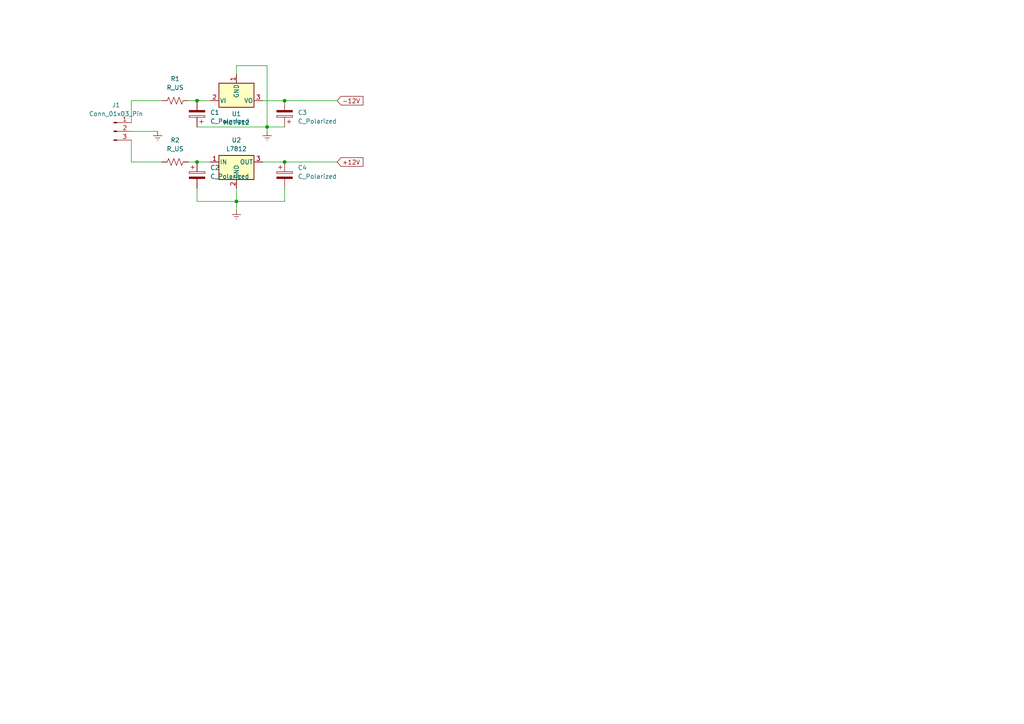
<source format=kicad_sch>
(kicad_sch (version 20230121) (generator eeschema)

  (uuid a520f27b-3eb4-44e7-9faf-250bc52b55ee)

  (paper "A4")

  (lib_symbols
    (symbol "Connector:Conn_01x03_Pin" (pin_names (offset 1.016) hide) (in_bom yes) (on_board yes)
      (property "Reference" "J" (at 0 5.08 0)
        (effects (font (size 1.27 1.27)))
      )
      (property "Value" "Conn_01x03_Pin" (at 0 -5.08 0)
        (effects (font (size 1.27 1.27)))
      )
      (property "Footprint" "" (at 0 0 0)
        (effects (font (size 1.27 1.27)) hide)
      )
      (property "Datasheet" "~" (at 0 0 0)
        (effects (font (size 1.27 1.27)) hide)
      )
      (property "ki_locked" "" (at 0 0 0)
        (effects (font (size 1.27 1.27)))
      )
      (property "ki_keywords" "connector" (at 0 0 0)
        (effects (font (size 1.27 1.27)) hide)
      )
      (property "ki_description" "Generic connector, single row, 01x03, script generated" (at 0 0 0)
        (effects (font (size 1.27 1.27)) hide)
      )
      (property "ki_fp_filters" "Connector*:*_1x??_*" (at 0 0 0)
        (effects (font (size 1.27 1.27)) hide)
      )
      (symbol "Conn_01x03_Pin_1_1"
        (polyline
          (pts
            (xy 1.27 -2.54)
            (xy 0.8636 -2.54)
          )
          (stroke (width 0.1524) (type default))
          (fill (type none))
        )
        (polyline
          (pts
            (xy 1.27 0)
            (xy 0.8636 0)
          )
          (stroke (width 0.1524) (type default))
          (fill (type none))
        )
        (polyline
          (pts
            (xy 1.27 2.54)
            (xy 0.8636 2.54)
          )
          (stroke (width 0.1524) (type default))
          (fill (type none))
        )
        (rectangle (start 0.8636 -2.413) (end 0 -2.667)
          (stroke (width 0.1524) (type default))
          (fill (type outline))
        )
        (rectangle (start 0.8636 0.127) (end 0 -0.127)
          (stroke (width 0.1524) (type default))
          (fill (type outline))
        )
        (rectangle (start 0.8636 2.667) (end 0 2.413)
          (stroke (width 0.1524) (type default))
          (fill (type outline))
        )
        (pin passive line (at 5.08 2.54 180) (length 3.81)
          (name "Pin_1" (effects (font (size 1.27 1.27))))
          (number "1" (effects (font (size 1.27 1.27))))
        )
        (pin passive line (at 5.08 0 180) (length 3.81)
          (name "Pin_2" (effects (font (size 1.27 1.27))))
          (number "2" (effects (font (size 1.27 1.27))))
        )
        (pin passive line (at 5.08 -2.54 180) (length 3.81)
          (name "Pin_3" (effects (font (size 1.27 1.27))))
          (number "3" (effects (font (size 1.27 1.27))))
        )
      )
    )
    (symbol "Device:C_Polarized" (pin_numbers hide) (pin_names (offset 0.254)) (in_bom yes) (on_board yes)
      (property "Reference" "C" (at 0.635 2.54 0)
        (effects (font (size 1.27 1.27)) (justify left))
      )
      (property "Value" "C_Polarized" (at 0.635 -2.54 0)
        (effects (font (size 1.27 1.27)) (justify left))
      )
      (property "Footprint" "" (at 0.9652 -3.81 0)
        (effects (font (size 1.27 1.27)) hide)
      )
      (property "Datasheet" "~" (at 0 0 0)
        (effects (font (size 1.27 1.27)) hide)
      )
      (property "ki_keywords" "cap capacitor" (at 0 0 0)
        (effects (font (size 1.27 1.27)) hide)
      )
      (property "ki_description" "Polarized capacitor" (at 0 0 0)
        (effects (font (size 1.27 1.27)) hide)
      )
      (property "ki_fp_filters" "CP_*" (at 0 0 0)
        (effects (font (size 1.27 1.27)) hide)
      )
      (symbol "C_Polarized_0_1"
        (rectangle (start -2.286 0.508) (end 2.286 1.016)
          (stroke (width 0) (type default))
          (fill (type none))
        )
        (polyline
          (pts
            (xy -1.778 2.286)
            (xy -0.762 2.286)
          )
          (stroke (width 0) (type default))
          (fill (type none))
        )
        (polyline
          (pts
            (xy -1.27 2.794)
            (xy -1.27 1.778)
          )
          (stroke (width 0) (type default))
          (fill (type none))
        )
        (rectangle (start 2.286 -0.508) (end -2.286 -1.016)
          (stroke (width 0) (type default))
          (fill (type outline))
        )
      )
      (symbol "C_Polarized_1_1"
        (pin passive line (at 0 3.81 270) (length 2.794)
          (name "~" (effects (font (size 1.27 1.27))))
          (number "1" (effects (font (size 1.27 1.27))))
        )
        (pin passive line (at 0 -3.81 90) (length 2.794)
          (name "~" (effects (font (size 1.27 1.27))))
          (number "2" (effects (font (size 1.27 1.27))))
        )
      )
    )
    (symbol "Device:R_US" (pin_numbers hide) (pin_names (offset 0)) (in_bom yes) (on_board yes)
      (property "Reference" "R" (at 2.54 0 90)
        (effects (font (size 1.27 1.27)))
      )
      (property "Value" "R_US" (at -2.54 0 90)
        (effects (font (size 1.27 1.27)))
      )
      (property "Footprint" "" (at 1.016 -0.254 90)
        (effects (font (size 1.27 1.27)) hide)
      )
      (property "Datasheet" "~" (at 0 0 0)
        (effects (font (size 1.27 1.27)) hide)
      )
      (property "ki_keywords" "R res resistor" (at 0 0 0)
        (effects (font (size 1.27 1.27)) hide)
      )
      (property "ki_description" "Resistor, US symbol" (at 0 0 0)
        (effects (font (size 1.27 1.27)) hide)
      )
      (property "ki_fp_filters" "R_*" (at 0 0 0)
        (effects (font (size 1.27 1.27)) hide)
      )
      (symbol "R_US_0_1"
        (polyline
          (pts
            (xy 0 -2.286)
            (xy 0 -2.54)
          )
          (stroke (width 0) (type default))
          (fill (type none))
        )
        (polyline
          (pts
            (xy 0 2.286)
            (xy 0 2.54)
          )
          (stroke (width 0) (type default))
          (fill (type none))
        )
        (polyline
          (pts
            (xy 0 -0.762)
            (xy 1.016 -1.143)
            (xy 0 -1.524)
            (xy -1.016 -1.905)
            (xy 0 -2.286)
          )
          (stroke (width 0) (type default))
          (fill (type none))
        )
        (polyline
          (pts
            (xy 0 0.762)
            (xy 1.016 0.381)
            (xy 0 0)
            (xy -1.016 -0.381)
            (xy 0 -0.762)
          )
          (stroke (width 0) (type default))
          (fill (type none))
        )
        (polyline
          (pts
            (xy 0 2.286)
            (xy 1.016 1.905)
            (xy 0 1.524)
            (xy -1.016 1.143)
            (xy 0 0.762)
          )
          (stroke (width 0) (type default))
          (fill (type none))
        )
      )
      (symbol "R_US_1_1"
        (pin passive line (at 0 3.81 270) (length 1.27)
          (name "~" (effects (font (size 1.27 1.27))))
          (number "1" (effects (font (size 1.27 1.27))))
        )
        (pin passive line (at 0 -3.81 90) (length 1.27)
          (name "~" (effects (font (size 1.27 1.27))))
          (number "2" (effects (font (size 1.27 1.27))))
        )
      )
    )
    (symbol "Regulator_Linear:L7812" (pin_names (offset 0.254)) (in_bom yes) (on_board yes)
      (property "Reference" "U" (at -3.81 3.175 0)
        (effects (font (size 1.27 1.27)))
      )
      (property "Value" "L7812" (at 0 3.175 0)
        (effects (font (size 1.27 1.27)) (justify left))
      )
      (property "Footprint" "" (at 0.635 -3.81 0)
        (effects (font (size 1.27 1.27) italic) (justify left) hide)
      )
      (property "Datasheet" "http://www.st.com/content/ccc/resource/technical/document/datasheet/41/4f/b3/b0/12/d4/47/88/CD00000444.pdf/files/CD00000444.pdf/jcr:content/translations/en.CD00000444.pdf" (at 0 -1.27 0)
        (effects (font (size 1.27 1.27)) hide)
      )
      (property "ki_keywords" "Voltage Regulator 1.5A Positive" (at 0 0 0)
        (effects (font (size 1.27 1.27)) hide)
      )
      (property "ki_description" "Positive 1.5A 35V Linear Regulator, Fixed Output 12V, TO-220/TO-263/TO-252" (at 0 0 0)
        (effects (font (size 1.27 1.27)) hide)
      )
      (property "ki_fp_filters" "TO?252* TO?263* TO?220*" (at 0 0 0)
        (effects (font (size 1.27 1.27)) hide)
      )
      (symbol "L7812_0_1"
        (rectangle (start -5.08 1.905) (end 5.08 -5.08)
          (stroke (width 0.254) (type default))
          (fill (type background))
        )
      )
      (symbol "L7812_1_1"
        (pin power_in line (at -7.62 0 0) (length 2.54)
          (name "IN" (effects (font (size 1.27 1.27))))
          (number "1" (effects (font (size 1.27 1.27))))
        )
        (pin power_in line (at 0 -7.62 90) (length 2.54)
          (name "GND" (effects (font (size 1.27 1.27))))
          (number "2" (effects (font (size 1.27 1.27))))
        )
        (pin power_out line (at 7.62 0 180) (length 2.54)
          (name "OUT" (effects (font (size 1.27 1.27))))
          (number "3" (effects (font (size 1.27 1.27))))
        )
      )
    )
    (symbol "Regulator_Linear:MC7912" (pin_names (offset 0.254)) (in_bom yes) (on_board yes)
      (property "Reference" "U" (at -3.81 -3.175 0)
        (effects (font (size 1.27 1.27)))
      )
      (property "Value" "MC7912" (at 0 -3.175 0)
        (effects (font (size 1.27 1.27)) (justify left))
      )
      (property "Footprint" "" (at 0 -5.08 0)
        (effects (font (size 1.27 1.27) italic) hide)
      )
      (property "Datasheet" "http://www.onsemi.com/pub/Collateral/MC7900-D.PDF" (at 0 0 0)
        (effects (font (size 1.27 1.27)) hide)
      )
      (property "ki_keywords" "Voltage Regulator 1.5A Negative" (at 0 0 0)
        (effects (font (size 1.27 1.27)) hide)
      )
      (property "ki_description" "Negative 1A 35V Linear Regulator, Fixed Output -12V, TO-220/TO-263" (at 0 0 0)
        (effects (font (size 1.27 1.27)) hide)
      )
      (property "ki_fp_filters" "TO?220* TO?263*" (at 0 0 0)
        (effects (font (size 1.27 1.27)) hide)
      )
      (symbol "MC7912_0_1"
        (rectangle (start -5.08 5.08) (end 5.08 -1.905)
          (stroke (width 0.254) (type default))
          (fill (type background))
        )
      )
      (symbol "MC7912_1_1"
        (pin power_in line (at 0 7.62 270) (length 2.54)
          (name "GND" (effects (font (size 1.27 1.27))))
          (number "1" (effects (font (size 1.27 1.27))))
        )
        (pin power_in line (at -7.62 0 0) (length 2.54)
          (name "VI" (effects (font (size 1.27 1.27))))
          (number "2" (effects (font (size 1.27 1.27))))
        )
        (pin power_out line (at 7.62 0 180) (length 2.54)
          (name "VO" (effects (font (size 1.27 1.27))))
          (number "3" (effects (font (size 1.27 1.27))))
        )
      )
    )
    (symbol "power:Earth" (power) (pin_names (offset 0)) (in_bom yes) (on_board yes)
      (property "Reference" "#PWR" (at 0 -6.35 0)
        (effects (font (size 1.27 1.27)) hide)
      )
      (property "Value" "Earth" (at 0 -3.81 0)
        (effects (font (size 1.27 1.27)) hide)
      )
      (property "Footprint" "" (at 0 0 0)
        (effects (font (size 1.27 1.27)) hide)
      )
      (property "Datasheet" "~" (at 0 0 0)
        (effects (font (size 1.27 1.27)) hide)
      )
      (property "ki_keywords" "global ground gnd" (at 0 0 0)
        (effects (font (size 1.27 1.27)) hide)
      )
      (property "ki_description" "Power symbol creates a global label with name \"Earth\"" (at 0 0 0)
        (effects (font (size 1.27 1.27)) hide)
      )
      (symbol "Earth_0_1"
        (polyline
          (pts
            (xy -0.635 -1.905)
            (xy 0.635 -1.905)
          )
          (stroke (width 0) (type default))
          (fill (type none))
        )
        (polyline
          (pts
            (xy -0.127 -2.54)
            (xy 0.127 -2.54)
          )
          (stroke (width 0) (type default))
          (fill (type none))
        )
        (polyline
          (pts
            (xy 0 -1.27)
            (xy 0 0)
          )
          (stroke (width 0) (type default))
          (fill (type none))
        )
        (polyline
          (pts
            (xy 1.27 -1.27)
            (xy -1.27 -1.27)
          )
          (stroke (width 0) (type default))
          (fill (type none))
        )
      )
      (symbol "Earth_1_1"
        (pin power_in line (at 0 0 270) (length 0) hide
          (name "Earth" (effects (font (size 1.27 1.27))))
          (number "1" (effects (font (size 1.27 1.27))))
        )
      )
    )
  )

  (junction (at 57.15 29.21) (diameter 0) (color 0 0 0 0)
    (uuid 19fcd86d-5b05-46e5-87fe-f283b364fbbd)
  )
  (junction (at 77.47 36.83) (diameter 0) (color 0 0 0 0)
    (uuid 2e35eb67-903a-4b50-b30e-d0d3407d2025)
  )
  (junction (at 82.55 46.99) (diameter 0) (color 0 0 0 0)
    (uuid 66987da4-b6b1-4470-8e3d-96990abc4209)
  )
  (junction (at 82.55 29.21) (diameter 0) (color 0 0 0 0)
    (uuid afc99288-d388-43fb-8743-e3d288ecee9d)
  )
  (junction (at 68.58 58.42) (diameter 0) (color 0 0 0 0)
    (uuid b716efe6-c417-4187-8d7c-168749493da3)
  )
  (junction (at 57.15 46.99) (diameter 0) (color 0 0 0 0)
    (uuid f3de27ec-afff-4805-b750-bf0adcb6c95e)
  )

  (wire (pts (xy 38.1 29.21) (xy 38.1 35.56))
    (stroke (width 0) (type default))
    (uuid 0631853d-5fd2-4689-ac10-ebf2ad1a4511)
  )
  (wire (pts (xy 77.47 36.83) (xy 77.47 38.1))
    (stroke (width 0) (type default))
    (uuid 13eb6994-a88a-48dc-903d-789704481883)
  )
  (wire (pts (xy 54.61 46.99) (xy 57.15 46.99))
    (stroke (width 0) (type default))
    (uuid 2abefe25-4b25-4020-8052-8091b3937da1)
  )
  (wire (pts (xy 57.15 46.99) (xy 60.96 46.99))
    (stroke (width 0) (type default))
    (uuid 546c3f2b-9a2d-4382-b303-bf4837210b42)
  )
  (wire (pts (xy 68.58 19.05) (xy 77.47 19.05))
    (stroke (width 0) (type default))
    (uuid 54e90bf1-3f07-4432-8b30-0af74ffcf60d)
  )
  (wire (pts (xy 82.55 46.99) (xy 97.79 46.99))
    (stroke (width 0) (type default))
    (uuid 68a54262-cf6f-467a-a657-0978b529b41f)
  )
  (wire (pts (xy 68.58 58.42) (xy 82.55 58.42))
    (stroke (width 0) (type default))
    (uuid 7336207b-657d-4458-bf67-9e3e8246591e)
  )
  (wire (pts (xy 38.1 38.1) (xy 45.72 38.1))
    (stroke (width 0) (type default))
    (uuid 7829988a-61fa-4772-96ff-f5507d6b3594)
  )
  (wire (pts (xy 68.58 58.42) (xy 68.58 60.96))
    (stroke (width 0) (type default))
    (uuid 7add8277-8c01-4d8f-a707-6bdc91fb6f6a)
  )
  (wire (pts (xy 57.15 36.83) (xy 77.47 36.83))
    (stroke (width 0) (type default))
    (uuid 867c30f9-66ea-42ce-a6e8-13af7e032986)
  )
  (wire (pts (xy 38.1 40.64) (xy 38.1 46.99))
    (stroke (width 0) (type default))
    (uuid 8f0ef256-e21a-448a-8639-c90f4e550423)
  )
  (wire (pts (xy 77.47 36.83) (xy 82.55 36.83))
    (stroke (width 0) (type default))
    (uuid 90786112-63a4-48e1-abcf-ab86490e4cb7)
  )
  (wire (pts (xy 77.47 19.05) (xy 77.47 36.83))
    (stroke (width 0) (type default))
    (uuid 9675d4d0-ae65-4bc3-b3e7-db2fe65f9549)
  )
  (wire (pts (xy 38.1 46.99) (xy 46.99 46.99))
    (stroke (width 0) (type default))
    (uuid a4d26a74-6c14-4f4d-8d4c-0f311a59b8e2)
  )
  (wire (pts (xy 82.55 29.21) (xy 97.79 29.21))
    (stroke (width 0) (type default))
    (uuid b0502822-6ed2-41e3-9173-b687d3562d56)
  )
  (wire (pts (xy 68.58 54.61) (xy 68.58 58.42))
    (stroke (width 0) (type default))
    (uuid b3244bd2-5501-4056-b7bf-57ab979bca89)
  )
  (wire (pts (xy 57.15 58.42) (xy 68.58 58.42))
    (stroke (width 0) (type default))
    (uuid ba9c69fa-1eab-47c9-9aaf-cefa5c6759c7)
  )
  (wire (pts (xy 82.55 54.61) (xy 82.55 58.42))
    (stroke (width 0) (type default))
    (uuid c5390992-4172-423e-9dc4-0fe46e96b217)
  )
  (wire (pts (xy 57.15 29.21) (xy 60.96 29.21))
    (stroke (width 0) (type default))
    (uuid cc79a0aa-51b4-4fe3-821a-f4f64ba3e84b)
  )
  (wire (pts (xy 68.58 21.59) (xy 68.58 19.05))
    (stroke (width 0) (type default))
    (uuid dea4a05e-880a-4422-9c58-3064e1bec12e)
  )
  (wire (pts (xy 57.15 54.61) (xy 57.15 58.42))
    (stroke (width 0) (type default))
    (uuid e5c55c0a-e654-441e-97b7-03fc243e2bca)
  )
  (wire (pts (xy 76.2 46.99) (xy 82.55 46.99))
    (stroke (width 0) (type default))
    (uuid e9edb904-ccae-4605-a90a-5f4f9e007fe9)
  )
  (wire (pts (xy 76.2 29.21) (xy 82.55 29.21))
    (stroke (width 0) (type default))
    (uuid f08e31e3-805c-423c-89e8-b5f590200939)
  )
  (wire (pts (xy 38.1 29.21) (xy 46.99 29.21))
    (stroke (width 0) (type default))
    (uuid fb0135d4-dab1-44b1-89f4-8a89e4699980)
  )
  (wire (pts (xy 54.61 29.21) (xy 57.15 29.21))
    (stroke (width 0) (type default))
    (uuid ff003a43-bf33-4713-a050-8ff4f37b3d10)
  )

  (global_label "+12V" (shape input) (at 97.79 46.99 0) (fields_autoplaced)
    (effects (font (size 1.27 1.27)) (justify left))
    (uuid 4cfddfbd-dc7e-4ac4-8835-5d51c5676455)
    (property "Intersheetrefs" "${INTERSHEET_REFS}" (at 105.8552 46.99 0)
      (effects (font (size 1.27 1.27)) (justify left) hide)
    )
  )
  (global_label "-12V" (shape input) (at 97.79 29.21 0) (fields_autoplaced)
    (effects (font (size 1.27 1.27)) (justify left))
    (uuid 9fd6eaed-e379-4e45-b56d-33eb78a90c68)
    (property "Intersheetrefs" "${INTERSHEET_REFS}" (at 105.8552 29.21 0)
      (effects (font (size 1.27 1.27)) (justify left) hide)
    )
  )

  (symbol (lib_id "Regulator_Linear:L7812") (at 68.58 46.99 0) (unit 1)
    (in_bom yes) (on_board yes) (dnp no) (fields_autoplaced)
    (uuid 1587db04-8cc3-4ed2-bd1c-a2abb7f902a1)
    (property "Reference" "U2" (at 68.58 40.64 0)
      (effects (font (size 1.27 1.27)))
    )
    (property "Value" "L7812" (at 68.58 43.18 0)
      (effects (font (size 1.27 1.27)))
    )
    (property "Footprint" "Package_TO_SOT_SMD:TO-252-3_TabPin2" (at 69.215 50.8 0)
      (effects (font (size 1.27 1.27) italic) (justify left) hide)
    )
    (property "Datasheet" "http://www.st.com/content/ccc/resource/technical/document/datasheet/41/4f/b3/b0/12/d4/47/88/CD00000444.pdf/files/CD00000444.pdf/jcr:content/translations/en.CD00000444.pdf" (at 68.58 48.26 0)
      (effects (font (size 1.27 1.27)) hide)
    )
    (pin "1" (uuid 4d30f482-fbea-453d-a52a-3a9ea63c2946))
    (pin "2" (uuid e5f6158f-bb29-48a2-b87a-4deb3369ba4f))
    (pin "3" (uuid d4f12918-bdc5-4cfe-908a-7240f99364b0))
    (instances
      (project "design"
        (path "/a520f27b-3eb4-44e7-9faf-250bc52b55ee"
          (reference "U2") (unit 1)
        )
      )
    )
  )

  (symbol (lib_id "Connector:Conn_01x03_Pin") (at 33.02 38.1 0) (unit 1)
    (in_bom yes) (on_board yes) (dnp no) (fields_autoplaced)
    (uuid 195e5c3f-fcd0-4b97-957e-c54db570ebdd)
    (property "Reference" "J1" (at 33.655 30.48 0)
      (effects (font (size 1.27 1.27)))
    )
    (property "Value" "Conn_01x03_Pin" (at 33.655 33.02 0)
      (effects (font (size 1.27 1.27)))
    )
    (property "Footprint" "" (at 33.02 38.1 0)
      (effects (font (size 1.27 1.27)) hide)
    )
    (property "Datasheet" "~" (at 33.02 38.1 0)
      (effects (font (size 1.27 1.27)) hide)
    )
    (pin "1" (uuid aeccd0e2-ef50-4ead-a8c1-b4b9e7fb9852))
    (pin "2" (uuid 15e8d867-800d-49e5-a38d-1d8e7e34bd49))
    (pin "3" (uuid bd096531-5be0-4d59-bac3-6d1524af1bb6))
    (instances
      (project "design"
        (path "/a520f27b-3eb4-44e7-9faf-250bc52b55ee"
          (reference "J1") (unit 1)
        )
      )
    )
  )

  (symbol (lib_id "Device:C_Polarized") (at 82.55 33.02 180) (unit 1)
    (in_bom yes) (on_board yes) (dnp no) (fields_autoplaced)
    (uuid 697d432c-cbe7-4ca0-8c63-17a4f698790f)
    (property "Reference" "C3" (at 86.36 32.639 0)
      (effects (font (size 1.27 1.27)) (justify right))
    )
    (property "Value" "C_Polarized" (at 86.36 35.179 0)
      (effects (font (size 1.27 1.27)) (justify right))
    )
    (property "Footprint" "" (at 81.5848 29.21 0)
      (effects (font (size 1.27 1.27)) hide)
    )
    (property "Datasheet" "~" (at 82.55 33.02 0)
      (effects (font (size 1.27 1.27)) hide)
    )
    (pin "1" (uuid 70033045-3946-4d44-9fa6-6f4f7f0742ca))
    (pin "2" (uuid 2a275c50-bd8f-481f-85e9-7c0340086f23))
    (instances
      (project "design"
        (path "/a520f27b-3eb4-44e7-9faf-250bc52b55ee"
          (reference "C3") (unit 1)
        )
      )
    )
  )

  (symbol (lib_id "Device:C_Polarized") (at 57.15 50.8 0) (unit 1)
    (in_bom yes) (on_board yes) (dnp no) (fields_autoplaced)
    (uuid 865480cb-3c6c-4ff7-84f1-ff7bcae696a7)
    (property "Reference" "C2" (at 60.96 48.641 0)
      (effects (font (size 1.27 1.27)) (justify left))
    )
    (property "Value" "C_Polarized" (at 60.96 51.181 0)
      (effects (font (size 1.27 1.27)) (justify left))
    )
    (property "Footprint" "" (at 58.1152 54.61 0)
      (effects (font (size 1.27 1.27)) hide)
    )
    (property "Datasheet" "~" (at 57.15 50.8 0)
      (effects (font (size 1.27 1.27)) hide)
    )
    (pin "1" (uuid 16128c28-86dd-4127-845d-664d737d24f9))
    (pin "2" (uuid c43d2c6b-92c3-4de9-8fcc-40be17f2e633))
    (instances
      (project "design"
        (path "/a520f27b-3eb4-44e7-9faf-250bc52b55ee"
          (reference "C2") (unit 1)
        )
      )
    )
  )

  (symbol (lib_id "Device:C_Polarized") (at 82.55 50.8 0) (unit 1)
    (in_bom yes) (on_board yes) (dnp no) (fields_autoplaced)
    (uuid 8bdb9df5-73b6-4079-aa52-80a7b2786f19)
    (property "Reference" "C4" (at 86.36 48.641 0)
      (effects (font (size 1.27 1.27)) (justify left))
    )
    (property "Value" "C_Polarized" (at 86.36 51.181 0)
      (effects (font (size 1.27 1.27)) (justify left))
    )
    (property "Footprint" "" (at 83.5152 54.61 0)
      (effects (font (size 1.27 1.27)) hide)
    )
    (property "Datasheet" "~" (at 82.55 50.8 0)
      (effects (font (size 1.27 1.27)) hide)
    )
    (pin "1" (uuid b63cf5cd-58c0-47c4-a36f-936d091b4ce5))
    (pin "2" (uuid fae675fb-7c5d-4666-82cf-2dc6c270f661))
    (instances
      (project "design"
        (path "/a520f27b-3eb4-44e7-9faf-250bc52b55ee"
          (reference "C4") (unit 1)
        )
      )
    )
  )

  (symbol (lib_id "power:Earth") (at 45.72 38.1 0) (unit 1)
    (in_bom yes) (on_board yes) (dnp no) (fields_autoplaced)
    (uuid 8d0b99d8-22c9-46e4-886b-bbaa4bcf3d6c)
    (property "Reference" "#PWR03" (at 45.72 44.45 0)
      (effects (font (size 1.27 1.27)) hide)
    )
    (property "Value" "Earth" (at 45.72 41.91 0)
      (effects (font (size 1.27 1.27)) hide)
    )
    (property "Footprint" "" (at 45.72 38.1 0)
      (effects (font (size 1.27 1.27)) hide)
    )
    (property "Datasheet" "~" (at 45.72 38.1 0)
      (effects (font (size 1.27 1.27)) hide)
    )
    (pin "1" (uuid d82744f7-9154-45db-8232-13762088936e))
    (instances
      (project "design"
        (path "/a520f27b-3eb4-44e7-9faf-250bc52b55ee"
          (reference "#PWR03") (unit 1)
        )
      )
    )
  )

  (symbol (lib_id "Device:R_US") (at 50.8 46.99 90) (unit 1)
    (in_bom yes) (on_board yes) (dnp no) (fields_autoplaced)
    (uuid b47969c4-58b7-4e07-abb6-8098bf98e178)
    (property "Reference" "R2" (at 50.8 40.64 90)
      (effects (font (size 1.27 1.27)))
    )
    (property "Value" "R_US" (at 50.8 43.18 90)
      (effects (font (size 1.27 1.27)))
    )
    (property "Footprint" "Resistor_THT:R_Axial_DIN0204_L3.6mm_D1.6mm_P7.62mm_Horizontal" (at 51.054 45.974 90)
      (effects (font (size 1.27 1.27)) hide)
    )
    (property "Datasheet" "~" (at 50.8 46.99 0)
      (effects (font (size 1.27 1.27)) hide)
    )
    (pin "1" (uuid c34f1b46-acfa-4262-9cc9-32e76bf3593b))
    (pin "2" (uuid 1ac85d86-5521-4562-983d-de1a5910839a))
    (instances
      (project "design"
        (path "/a520f27b-3eb4-44e7-9faf-250bc52b55ee"
          (reference "R2") (unit 1)
        )
      )
    )
  )

  (symbol (lib_id "power:Earth") (at 77.47 38.1 0) (unit 1)
    (in_bom yes) (on_board yes) (dnp no) (fields_autoplaced)
    (uuid cf97210e-0b41-43cd-aeb5-bee37efaf969)
    (property "Reference" "#PWR02" (at 77.47 44.45 0)
      (effects (font (size 1.27 1.27)) hide)
    )
    (property "Value" "Earth" (at 77.47 41.91 0)
      (effects (font (size 1.27 1.27)) hide)
    )
    (property "Footprint" "" (at 77.47 38.1 0)
      (effects (font (size 1.27 1.27)) hide)
    )
    (property "Datasheet" "~" (at 77.47 38.1 0)
      (effects (font (size 1.27 1.27)) hide)
    )
    (pin "1" (uuid 8a28667f-5587-4192-b467-f0292206bb3f))
    (instances
      (project "design"
        (path "/a520f27b-3eb4-44e7-9faf-250bc52b55ee"
          (reference "#PWR02") (unit 1)
        )
      )
    )
  )

  (symbol (lib_id "power:Earth") (at 68.58 60.96 0) (unit 1)
    (in_bom yes) (on_board yes) (dnp no) (fields_autoplaced)
    (uuid d441af60-bec0-4715-8abc-05cbe3a422eb)
    (property "Reference" "#PWR01" (at 68.58 67.31 0)
      (effects (font (size 1.27 1.27)) hide)
    )
    (property "Value" "Earth" (at 68.58 64.77 0)
      (effects (font (size 1.27 1.27)) hide)
    )
    (property "Footprint" "" (at 68.58 60.96 0)
      (effects (font (size 1.27 1.27)) hide)
    )
    (property "Datasheet" "~" (at 68.58 60.96 0)
      (effects (font (size 1.27 1.27)) hide)
    )
    (pin "1" (uuid 75314455-df6b-4269-bd53-b534a68cf114))
    (instances
      (project "design"
        (path "/a520f27b-3eb4-44e7-9faf-250bc52b55ee"
          (reference "#PWR01") (unit 1)
        )
      )
    )
  )

  (symbol (lib_id "Device:R_US") (at 50.8 29.21 270) (unit 1)
    (in_bom yes) (on_board yes) (dnp no) (fields_autoplaced)
    (uuid df2e5385-d1b3-4ca6-8e2e-cfd58bd66ad1)
    (property "Reference" "R1" (at 50.8 22.86 90)
      (effects (font (size 1.27 1.27)))
    )
    (property "Value" "R_US" (at 50.8 25.4 90)
      (effects (font (size 1.27 1.27)))
    )
    (property "Footprint" "Resistor_THT:R_Axial_DIN0204_L3.6mm_D1.6mm_P7.62mm_Horizontal" (at 50.546 30.226 90)
      (effects (font (size 1.27 1.27)) hide)
    )
    (property "Datasheet" "~" (at 50.8 29.21 0)
      (effects (font (size 1.27 1.27)) hide)
    )
    (pin "1" (uuid 63ba3699-2c57-42c5-9458-995d83748d21))
    (pin "2" (uuid 458e4a9c-861d-40a5-b6df-4d9c6b6bfa90))
    (instances
      (project "design"
        (path "/a520f27b-3eb4-44e7-9faf-250bc52b55ee"
          (reference "R1") (unit 1)
        )
      )
    )
  )

  (symbol (lib_id "Device:C_Polarized") (at 57.15 33.02 180) (unit 1)
    (in_bom yes) (on_board yes) (dnp no) (fields_autoplaced)
    (uuid f0cfb59c-e2e3-4756-b072-8e6da1bfa1f5)
    (property "Reference" "C1" (at 60.96 32.639 0)
      (effects (font (size 1.27 1.27)) (justify right))
    )
    (property "Value" "C_Polarized" (at 60.96 35.179 0)
      (effects (font (size 1.27 1.27)) (justify right))
    )
    (property "Footprint" "" (at 56.1848 29.21 0)
      (effects (font (size 1.27 1.27)) hide)
    )
    (property "Datasheet" "~" (at 57.15 33.02 0)
      (effects (font (size 1.27 1.27)) hide)
    )
    (pin "1" (uuid 2d1477e6-4bf6-489b-be02-875846dcff60))
    (pin "2" (uuid a429778e-a704-4b2e-b429-08e71ce0bf5c))
    (instances
      (project "design"
        (path "/a520f27b-3eb4-44e7-9faf-250bc52b55ee"
          (reference "C1") (unit 1)
        )
      )
    )
  )

  (symbol (lib_id "Regulator_Linear:MC7912") (at 68.58 29.21 0) (unit 1)
    (in_bom yes) (on_board yes) (dnp no) (fields_autoplaced)
    (uuid fe0fddcd-15c8-4674-9d6f-d3b7656a977b)
    (property "Reference" "U1" (at 68.58 33.02 0)
      (effects (font (size 1.27 1.27)))
    )
    (property "Value" "MC7912" (at 68.58 35.56 0)
      (effects (font (size 1.27 1.27)))
    )
    (property "Footprint" "Package_TO_SOT_SMD:TO-263-3_TabPin2" (at 68.58 34.29 0)
      (effects (font (size 1.27 1.27) italic) hide)
    )
    (property "Datasheet" "http://www.onsemi.com/pub/Collateral/MC7900-D.PDF" (at 68.58 29.21 0)
      (effects (font (size 1.27 1.27)) hide)
    )
    (pin "1" (uuid de21cf51-71dc-429d-8394-978401fd52e6))
    (pin "2" (uuid 02e0d5e6-b406-45d1-9926-a6e83e342e42))
    (pin "3" (uuid 7b333064-40cd-4911-a509-8a9dd1eb801d))
    (instances
      (project "design"
        (path "/a520f27b-3eb4-44e7-9faf-250bc52b55ee"
          (reference "U1") (unit 1)
        )
      )
    )
  )

  (sheet_instances
    (path "/" (page "1"))
  )
)

</source>
